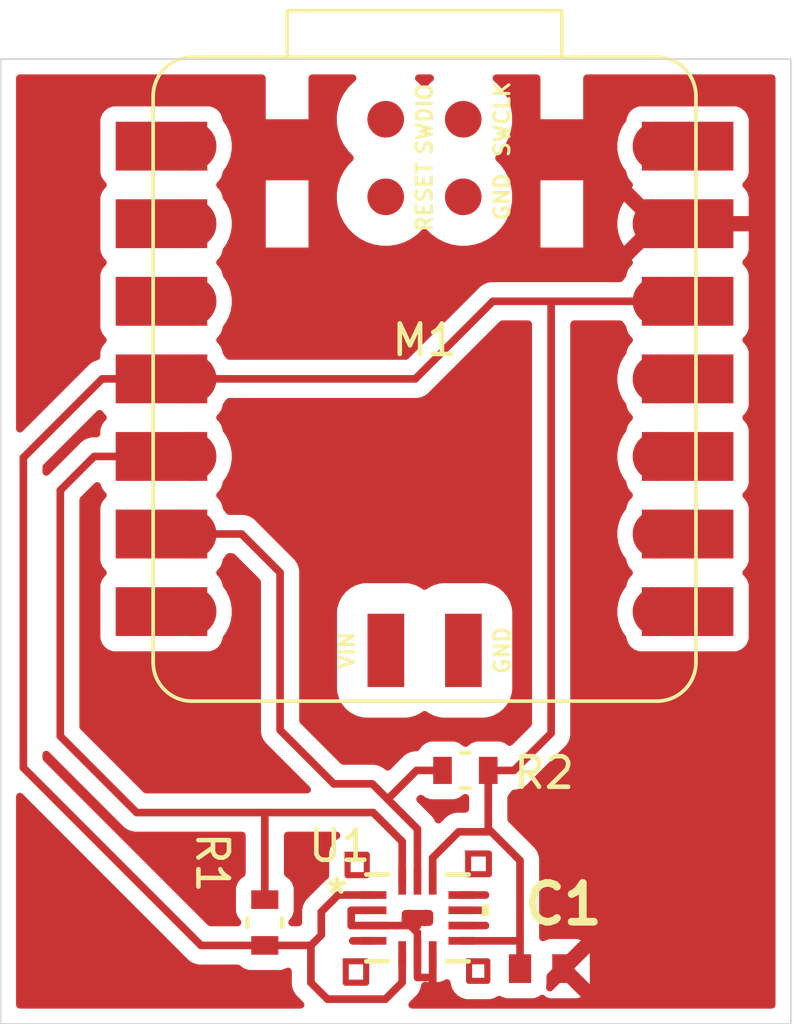
<source format=kicad_pcb>
(kicad_pcb (version 20241229) (generator "pcbnew") (generator_version "9.0")
  (layers (0 "F.Cu" signal) (2 "B.Cu" signal) (13 "F.Paste" user) (15 "B.Paste" user) (5 "F.SilkS" user "F.Silkscreen") (7 "B.SilkS" user "B.Silkscreen") (1 "F.Mask" user) (3 "B.Mask" user) (25 "Edge.Cuts" user))
  (net 0 "")
  (net 1 "GND")
  (net 2 "3V3")
  (net 6 "SCL")
  (net 8 "SDA")
  (net 9 "unconnected-(U1-SDO_AUX-Pad11)")
  (net 11 "unconnected-(U1-OCS_AUX-Pad10)")
  (net 22 "unconnected-(U1-INT2-Pad9)")
  (net 23 "unconnected-(U1-INT1-Pad4)")
  (footprint "fab:SeeedStudio_XIAO_RP2040" (layer "F.Cu") (at 140.6 72.4)
    (property "Reference" "M1" (at 0 -1.27 0) (layer "F.SilkS"))
    (property "Value" "Module_XIAO-RP2040")
    (fp_line (start -8.8875 9.281) (end -8.8875 -9.261) (stroke (width 0.12)) (layer "F.SilkS"))
    (fp_line (start -7.6175 -10.531) (end 7.6225 -10.531) (stroke (width 0.12)) (layer "F.SilkS"))
    (fp_line (start 7.6225 10.551) (end -7.6175 10.551) (stroke (width 0.12)) (layer "F.SilkS"))
    (fp_line (start 8.8925 -9.261) (end 8.8925 9.281) (stroke (width 0.12)) (layer "F.SilkS"))
    (fp_rect (start -4.4975 -10.531) (end 4.5025 -12.055) (stroke (width 0.12)) (fill no) (layer "F.SilkS"))
    (fp_arc (start -8.8875 -9.261) (mid -8.515526 -10.159026) (end -7.6175 -10.531) (stroke (width 0.12)) (layer "F.SilkS"))
    (fp_arc (start -7.6175 10.551) (mid -8.515526 10.179026) (end -8.8875 9.281) (stroke (width 0.12)) (layer "F.SilkS"))
    (fp_arc (start 7.6225 -10.531) (mid 8.520526 -10.159026) (end 8.8925 -9.261) (stroke (width 0.12)) (layer "F.SilkS"))
    (fp_arc (start 8.8925 9.281) (mid 8.520526 10.179026) (end 7.6225 10.551) (stroke (width 0.12)) (layer "F.SilkS"))
    (fp_text user "RESET" (at 0 -5.96 90) (layer "F.SilkS") (effects (font (size 0.5 0.5) (thickness 0.1) (bold yes))))
    (fp_text user "GND" (at 2.545 8.89 90) (layer "F.SilkS") (effects (font (size 0.5 0.5) (thickness 0.1) (bold yes))))
    (fp_text user "VIN" (at -2.535 8.89 90) (layer "F.SilkS") (effects (font (size 0.5 0.5) (thickness 0.1) (bold yes))))
    (fp_text user "SWDIO" (at 0 -8.5 90) (layer "F.SilkS") (effects (font (size 0.5 0.5) (thickness 0.1) (bold yes))))
    (fp_text user "GND" (at 2.54 -5.96 90) (layer "F.SilkS") (effects (font (size 0.5 0.5) (thickness 0.1) (bold yes))))
    (fp_text user "SWCLK" (at 2.54 -8.5 90) (layer "F.SilkS") (effects (font (size 0.5 0.5) (thickness 0.1) (bold yes))))
    (pad "1" smd circle (at -7.615 -7.62) (size 1.6 1.6) (layers "F.Cu" "F.Mask" "F.Paste"))
    (pad "1" smd rect (at -7.615 -7.62) (size 3 1.6) (drill (offset -1 0)) (layers "F.Cu" "F.Mask" "F.Paste"))
    (pad "2" smd circle (at -7.615 -5.08) (size 1.6 1.6) (layers "F.Cu" "F.Mask" "F.Paste"))
    (pad "2" smd rect (at -7.615 -5.08) (size 3 1.6) (drill (offset -1 0)) (layers "F.Cu" "F.Mask" "F.Paste"))
    (pad "3" smd circle (at -7.615 -2.54) (size 1.6 1.6) (layers "F.Cu" "F.Mask" "F.Paste"))
    (pad "3" smd rect (at -7.615 -2.54) (size 3 1.6) (drill (offset -1 0)) (layers "F.Cu" "F.Mask" "F.Paste"))
    (pad "4" smd circle (at -7.615 0) (size 1.6 1.6) (layers "F.Cu" "F.Mask" "F.Paste") (net 2 "3V3"))
    (pad "4" smd rect (at -7.615 0) (size 3 1.6) (drill (offset -1 0)) (layers "F.Cu" "F.Mask" "F.Paste") (net 2 "3V3"))
    (pad "5" smd circle (at -7.615 2.54) (size 1.6 1.6) (layers "F.Cu" "F.Mask" "F.Paste") (net 8 "SDA"))
    (pad "5" smd rect (at -7.615 2.54) (size 3 1.6) (drill (offset -1 0)) (layers "F.Cu" "F.Mask" "F.Paste") (net 8 "SDA"))
    (pad "6" smd circle (at -7.615 5.08) (size 1.6 1.6) (layers "F.Cu" "F.Mask" "F.Paste") (net 6 "SCL"))
    (pad "6" smd rect (at -7.615 5.08) (size 3 1.6) (drill (offset -1 0)) (layers "F.Cu" "F.Mask" "F.Paste") (net 6 "SCL"))
    (pad "7" smd circle (at -7.615 7.62) (size 1.6 1.6) (layers "F.Cu" "F.Mask" "F.Paste"))
    (pad "7" smd rect (at -7.615 7.62) (size 3 1.6) (drill (offset -1 0)) (layers "F.Cu" "F.Mask" "F.Paste"))
    (pad "8" smd circle (at 7.62 7.62) (size 1.6 1.6) (layers "F.Cu" "F.Mask" "F.Paste"))
    (pad "8" smd rect (at 7.62 7.62) (size 3 1.6) (drill (offset 1 0)) (layers "F.Cu" "F.Mask" "F.Paste"))
    (pad "9" smd circle (at 7.62 5.08) (size 1.6 1.6) (layers "F.Cu" "F.Mask" "F.Paste"))
    (pad "9" smd rect (at 7.62 5.08) (size 3 1.6) (drill (offset 1 0)) (layers "F.Cu" "F.Mask" "F.Paste"))
    (pad "10" smd circle (at 7.62 2.54) (size 1.6 1.6) (layers "F.Cu" "F.Mask" "F.Paste"))
    (pad "10" smd rect (at 7.62 2.54) (size 3 1.6) (drill (offset 1 0)) (layers "F.Cu" "F.Mask" "F.Paste"))
    (pad "11" smd circle (at 7.62 0) (size 1.6 1.6) (layers "F.Cu" "F.Mask" "F.Paste"))
    (pad "11" smd rect (at 7.62 0) (size 3 1.6) (drill (offset 1 0)) (layers "F.Cu" "F.Mask" "F.Paste"))
    (pad "12" smd circle (at 7.62 -2.54) (size 1.6 1.6) (layers "F.Cu" "F.Mask" "F.Paste") (net 2 "3V3"))
    (pad "12" smd rect (at 7.62 -2.54) (size 3 1.6) (drill (offset 1 0)) (layers "F.Cu" "F.Mask" "F.Paste") (net 2 "3V3"))
    (pad "13" smd circle (at 7.62 -5.08) (size 1.6 1.6) (layers "F.Cu" "F.Mask" "F.Paste") (net 1 "GND"))
    (pad "13" smd rect (at 7.62 -5.08) (size 3 1.6) (drill (offset 1 0)) (layers "F.Cu" "F.Mask" "F.Paste") (net 1 "GND"))
    (pad "14" smd circle (at 7.62 -7.62) (size 1.6 1.6) (layers "F.Cu" "F.Mask" "F.Paste"))
    (pad "14" smd rect (at 7.62 -7.62) (size 3 1.6) (drill (offset 1 0)) (layers "F.Cu" "F.Mask" "F.Paste"))
    (pad "15" smd rect (at 1.275 8.89 270) (size 2.4 1.2) (layers "F.Cu" "F.Mask" "F.Paste") (clearance 1))
    (pad "16" smd rect (at -1.265 8.89 270) (size 2.4 1.2) (layers "F.Cu" "F.Mask" "F.Paste") (clearance 1))
    (pad "17" smd circle (at -1.27 -8.5) (size 1.2 1.2) (layers "F.Cu" "F.Mask" "F.Paste") (clearance 1))
    (pad "18" smd circle (at -1.27 -5.96) (size 1.2 1.2) (layers "F.Cu" "F.Mask" "F.Paste") (clearance 1))
    (pad "19" smd circle (at 1.27 -5.96) (size 1.2 1.2) (layers "F.Cu" "F.Mask" "F.Paste") (clearance 1))
    (pad "20" smd circle (at 1.27 -8.5) (size 1.2 1.2) (layers "F.Cu" "F.Mask" "F.Paste") (clearance 1))
    (zone (net 0) (net_name "") (layers "F.Cu" "F.Mask" "F.Paste" "User.1") (name "USB_MECHA") (connect_pads (clearance 0)) (min_thickness 0.25)
      (keepout (tracks not_allowed) (vias not_allowed) (pads not_allowed) (copperpour not_allowed) (footprints not_allowed))
      (fill (thermal_gap 0.5) (thermal_bridge_width 0.5))
      (polygon (pts (xy 135.4 61.85) (xy 136.8 61.85) (xy 136.8 63.9) (xy 135.4 63.9)))
    )
    (zone (net 0) (net_name "") (layers "F.Cu" "F.Mask" "F.Paste" "User.1") (name "USB_MECHA") (connect_pads (clearance 0)) (min_thickness 0.25)
      (keepout (tracks not_allowed) (vias not_allowed) (pads not_allowed) (copperpour not_allowed) (footprints not_allowed))
      (fill (thermal_gap 0.5) (thermal_bridge_width 0.5))
      (polygon (pts (xy 135.4 65.9) (xy 136.8 65.9) (xy 136.8 68.1) (xy 135.4 68.1)))
    )
    (zone (net 0) (net_name "") (layers "F.Cu" "F.Mask" "F.Paste" "User.1") (name "USB_MECHA") (connect_pads (clearance 0)) (min_thickness 0.25)
      (keepout (tracks not_allowed) (vias not_allowed) (pads not_allowed) (copperpour not_allowed) (footprints not_allowed))
      (fill (thermal_gap 0.5) (thermal_bridge_width 0.5))
      (polygon (pts (xy 144.4 61.85) (xy 145.8 61.85) (xy 145.8 63.9) (xy 144.4 63.9)))
    )
    (zone (net 0) (net_name "") (layers "F.Cu" "F.Mask" "F.Paste" "User.1") (name "USB_MECHA") (connect_pads (clearance 0)) (min_thickness 0.25)
      (keepout (tracks not_allowed) (vias not_allowed) (pads not_allowed) (copperpour not_allowed) (footprints not_allowed))
      (fill (thermal_gap 0.5) (thermal_bridge_width 0.5))
      (polygon (pts (xy 144.4 65.9) (xy 145.8 65.9) (xy 145.8 68.1) (xy 144.4 68.1)))
    )
  )
  (footprint "Neil:Resistor 0603" (layer "F.Cu") (at 135.37 90.2007 -90)
    (property "Reference" "R1" (at -1.9607 1.72 270) (layer "F.SilkS"))
    (property "Value" "10k")
    (fp_line (start -0.13695 0.5715) (end 0.13695 0.5715) (stroke (width 0.1524)) (layer "F.SilkS"))
    (fp_line (start 0.13695 -0.5715) (end -0.13695 -0.5715) (stroke (width 0.1524)) (layer "F.SilkS"))
    (pad "1" smd rect (at -0.7493 0 270) (size 0.6096 0.889) (layers "F.Cu" "F.Mask" "F.Paste") (net 8 "SDA"))
    (pad "2" smd rect (at 0.7493 0 270) (size 0.6096 0.889) (layers "F.Cu" "F.Mask" "F.Paste") (net 2 "3V3"))
    (zone (net 0) (net_name "") (layer "F.Cu") (connect_pads (clearance 0)) (min_thickness 0.254)
      (keepout (tracks not_allowed) (vias not_allowed) (pads allowed) (copperpour not_allowed) (footprints allowed))
      (fill (thermal_gap 0.508) (thermal_bridge_width 0.508))
      (polygon (pts (xy 135.7637 89.807) (xy 135.7637 90.5944) (xy 134.9763 90.5944) (xy 134.9763 89.807)))
    )
  )
  (footprint "Neil:Resistor 0603" (layer "F.Cu") (at 141.94 85.22)
    (property "Reference" "R2" (at 2.58 0.08 0) (layer "F.SilkS"))
    (property "Value" "10k")
    (fp_line (start -0.13695 0.5715) (end 0.13695 0.5715) (stroke (width 0.1524)) (layer "F.SilkS"))
    (fp_line (start 0.13695 -0.5715) (end -0.13695 -0.5715) (stroke (width 0.1524)) (layer "F.SilkS"))
    (pad "1" smd rect (at -0.7493 0) (size 0.6096 0.889) (layers "F.Cu" "F.Mask" "F.Paste") (net 6 "SCL"))
    (pad "2" smd rect (at 0.7493 0) (size 0.6096 0.889) (layers "F.Cu" "F.Mask" "F.Paste") (net 2 "3V3"))
    (zone (net 0) (net_name "") (layer "F.Cu") (connect_pads (clearance 0)) (min_thickness 0.254)
      (keepout (tracks not_allowed) (vias not_allowed) (pads allowed) (copperpour not_allowed) (footprints allowed))
      (fill (thermal_gap 0.508) (thermal_bridge_width 0.508))
      (polygon (pts (xy 141.5463 84.8263) (xy 142.3337 84.8263) (xy 142.3337 85.6137) (xy 141.5463 85.6137)))
    )
  )
  (footprint "Neil:LGA-14L_STM" (layer "F.Cu") (at 140.37 90.05)
    (property "Reference" "U1" (at -2.55 -2.36 0) (layer "F.SilkS"))
    (property "Value" "LSM6DSV16XTR")
    (fp_line (start -1.6764 1.4224) (end -0.959739 1.4224) (stroke (width 0.1524)) (layer "F.SilkS"))
    (fp_line (start -0.959739 -1.4224) (end -1.6764 -1.4224) (stroke (width 0.1524)) (layer "F.SilkS"))
    (fp_line (start 0.959739 1.4224) (end 1.6764 1.4224) (stroke (width 0.1524)) (layer "F.SilkS"))
    (fp_line (start 1.6764 -1.4224) (end 0.959739 -1.4224) (stroke (width 0.1524)) (layer "F.SilkS"))
    (fp_poly (pts (xy 2.3622 -0.4405) (xy 2.3622 -0.059499) (xy 2.1082 -0.059499) (xy 2.1082 -0.4405)) (fill yes) (layer "F.SilkS"))
    (fp_text user "*" (at -2.6416 -0.75 0) (layer "F.SilkS"))
    (fp_text user "*" (at -2.6416 -0.75 0) (layer "F.SilkS"))
    (pad "1" smd rect (at -1.4351 -0.750001 90) (size 0.254 0.8382) (layers "F.Cu" "F.Mask" "F.Paste") (net 2 "3V3"))
    (pad "2" smd rect (at -1.4351 -0.25 90) (size 0.254 0.8382) (layers "F.Cu" "F.Mask" "F.Paste") (net 1 "GND"))
    (pad "3" smd rect (at -1.4351 0.25 90) (size 0.254 0.8382) (layers "F.Cu" "F.Mask" "F.Paste") (net 1 "GND"))
    (pad "4" smd rect (at -1.4351 0.750001 90) (size 0.254 0.8382) (layers "F.Cu" "F.Mask" "F.Paste") (net 23 "unconnected-(U1-INT1-Pad4)"))
    (pad "5" smd rect (at -0.499999 1.1811) (size 0.254 0.8382) (layers "F.Cu" "F.Mask" "F.Paste") (net 2 "3V3"))
    (pad "6" smd rect (at 0 1.1811) (size 0.254 0.8382) (layers "F.Cu" "F.Mask" "F.Paste") (net 1 "GND"))
    (pad "7" smd rect (at 0.499999 1.1811) (size 0.254 0.8382) (layers "F.Cu" "F.Mask" "F.Paste") (net 1 "GND"))
    (pad "8" smd rect (at 1.4351 0.750001 90) (size 0.254 0.8382) (layers "F.Cu" "F.Mask" "F.Paste") (net 2 "3V3"))
    (pad "9" smd rect (at 1.4351 0.25 90) (size 0.254 0.8382) (layers "F.Cu" "F.Mask" "F.Paste") (net 22 "unconnected-(U1-INT2-Pad9)"))
    (pad "10" smd rect (at 1.4351 -0.25 90) (size 0.254 0.8382) (layers "F.Cu" "F.Mask" "F.Paste") (net 11 "unconnected-(U1-OCS_AUX-Pad10)"))
    (pad "11" smd rect (at 1.4351 -0.750001 90) (size 0.254 0.8382) (layers "F.Cu" "F.Mask" "F.Paste") (net 9 "unconnected-(U1-SDO_AUX-Pad11)"))
    (pad "12" smd rect (at 0.499999 -1.1811) (size 0.254 0.8382) (layers "F.Cu" "F.Mask" "F.Paste") (net 2 "3V3"))
    (pad "13" smd rect (at 0 -1.1811) (size 0.254 0.8382) (layers "F.Cu" "F.Mask" "F.Paste") (net 6 "SCL"))
    (pad "14" smd rect (at -0.499999 -1.1811) (size 0.254 0.8382) (layers "F.Cu" "F.Mask" "F.Paste") (net 8 "SDA"))
  )
  (footprint "Neil:Capacitor 0603" (layer "F.Cu") (at 144.44 91.71)
    (property "Reference" "C1" (at 0.71 -2.11 0) (layer "F.SilkS") (effects (font (size 1.27 1.27) (thickness 0.254))))
    (property "Value" "0.1uF" (hide yes))
    (pad "1" smd rect (at -0.71 0) (size 0.73 0.94) (layers "F.Cu" "F.Mask" "F.Paste") (net 2 "3V3"))
    (pad "2" smd rect (at 0.71 0) (size 0.73 0.94) (layers "F.Cu" "F.Mask" "F.Paste") (net 1 "GND"))
  )
  (gr_rect (start 142.03 87.94) (end 142.71 88.62) (stroke (width 0.2)) (fill no) (layer "F.Cu"))
  (gr_rect (start 138.02 91.47) (end 138.69 92.17) (stroke (width 0.2)) (fill no) (layer "F.Cu"))
  (gr_rect (start 142.06 91.47) (end 142.66 92.11) (stroke (width 0.2)) (fill no) (layer "F.Cu"))
  (gr_rect (start 138.08 87.98) (end 138.71 88.65) (stroke (width 0.2)) (fill no) (layer "F.Cu"))
  (gr_rect (start 126.72 61.93) (end 152.6 93.52) (stroke (width 0.05)) (fill no) (layer "Edge.Cuts"))
  (segment (start 138.9349 89.8) (end 138.2 89.8) (width 0.25) (layer "F.Cu") (net 1))
  (segment (start 138.9349 90.3) (end 140.137001 90.3) (width 0.25) (layer "F.Cu") (net 1))
  (segment (start 140.137001 90.3) (end 140.37 90.532999) (width 0.25) (layer "F.Cu") (net 1))
  (segment (start 138.2 89.8) (end 138.2 90.3) (width 0.25) (layer "F.Cu") (net 1))
  (segment (start 140.37 92) (end 140.869999 92) (width 0.25) (layer "F.Cu") (net 1))
  (segment (start 140.37 91.2311) (end 140.37 92) (width 0.25) (layer "F.Cu") (net 1))
  (segment (start 140.37 90.532999) (end 140.37 91.2311) (width 0.25) (layer "F.Cu") (net 1))
  (segment (start 138.9349 90.3) (end 138.2 90.3) (width 0.25) (layer "F.Cu") (net 1))
  (segment (start 140.869999 92) (end 140.869999 91.2311) (width 0.25) (layer "F.Cu") (net 1))
  (segment (start 144.75 84) (end 144.75 69.86) (width 0.25) (layer "F.Cu") (net 2))
  (segment (start 136.88 92.17) (end 136.88 90.95) (width 0.25) (layer "F.Cu") (net 2))
  (segment (start 137.42 92.71) (end 136.88 92.17) (width 0.25) (layer "F.Cu") (net 2))
  (segment (start 144.75 69.86) (end 142.84 69.86) (width 0.25) (layer "F.Cu") (net 2))
  (segment (start 133.28 90.95) (end 127.46 85.13) (width 0.25) (layer "F.Cu") (net 2))
  (segment (start 142.6893 85.22) (end 143.53 85.22) (width 0.25) (layer "F.Cu") (net 2))
  (segment (start 143.73 90.860001) (end 143.73 88.17) (width 0.25) (layer "F.Cu") (net 2))
  (segment (start 141.8051 90.800001) (end 143.67 90.800001) (width 0.25) (layer "F.Cu") (net 2))
  (segment (start 143.67 90.800001) (end 143.73 90.860001) (width 0.25) (layer "F.Cu") (net 2))
  (segment (start 140.3 72.4) (end 132.985 72.4) (width 0.25) (layer "F.Cu") (net 2))
  (segment (start 137.770001 89.299999) (end 137.22 89.85) (width 0.25) (layer "F.Cu") (net 2))
  (segment (start 143.73 88.17) (end 142.79 87.23) (width 0.25) (layer "F.Cu") (net 2))
  (segment (start 127.46 85.13) (end 127.46 74.98) (width 0.25) (layer "F.Cu") (net 2))
  (segment (start 136.88 90.95) (end 135.37 90.95) (width 0.25) (layer "F.Cu") (net 2))
  (segment (start 138.9349 89.299999) (end 137.770001 89.299999) (width 0.25) (layer "F.Cu") (net 2))
  (segment (start 139.870001 91.2311) (end 139.870001 92.159999) (width 0.25) (layer "F.Cu") (net 2))
  (segment (start 130.04 72.4) (end 132.985 72.4) (width 0.25) (layer "F.Cu") (net 2))
  (segment (start 142.79 87.23) (end 141.72 87.23) (width 0.25) (layer "F.Cu") (net 2))
  (segment (start 142.6893 87.1293) (end 142.79 87.23) (width 0.25) (layer "F.Cu") (net 2))
  (segment (start 140.869999 88.080001) (end 140.869999 88.8689) (width 0.25) (layer "F.Cu") (net 2))
  (segment (start 143.73 91.71) (end 143.73 90.860001) (width 0.25) (layer "F.Cu") (net 2))
  (segment (start 143.53 85.22) (end 144.75 84) (width 0.25) (layer "F.Cu") (net 2))
  (segment (start 137.22 89.85) (end 137.22 90.61) (width 0.25) (layer "F.Cu") (net 2))
  (segment (start 141.72 87.23) (end 140.869999 88.080001) (width 0.25) (layer "F.Cu") (net 2))
  (segment (start 142.84 69.86) (end 140.3 72.4) (width 0.25) (layer "F.Cu") (net 2))
  (segment (start 135.37 90.95) (end 133.28 90.95) (width 0.25) (layer "F.Cu") (net 2))
  (segment (start 137.22 90.61) (end 136.88 90.95) (width 0.25) (layer "F.Cu") (net 2))
  (segment (start 139.870001 92.159999) (end 139.32 92.71) (width 0.25) (layer "F.Cu") (net 2))
  (segment (start 142.6893 85.22) (end 142.6893 87.1293) (width 0.25) (layer "F.Cu") (net 2))
  (segment (start 148.22 69.86) (end 144.75 69.86) (width 0.25) (layer "F.Cu") (net 2))
  (segment (start 139.32 92.71) (end 137.42 92.71) (width 0.25) (layer "F.Cu") (net 2))
  (segment (start 127.46 74.98) (end 130.04 72.4) (width 0.25) (layer "F.Cu") (net 2))
  (segment (start 139.345 86.115) (end 138.89 85.66) (width 0.25) (layer "F.Cu") (net 6))
  (segment (start 138.89 85.66) (end 137.63 85.66) (width 0.25) (layer "F.Cu") (net 6))
  (segment (start 140.37 87.14) (end 139.345 86.115) (width 0.25) (layer "F.Cu") (net 6))
  (segment (start 140.37 88.8689) (end 140.37 87.14) (width 0.25) (layer "F.Cu") (net 6))
  (segment (start 141.1907 85.22) (end 140.34 85.22) (width 0.25) (layer "F.Cu") (net 6))
  (segment (start 139.445 86.115) (end 139.345 86.115) (width 0.25) (layer "F.Cu") (net 6))
  (segment (start 135.87 83.9) (end 135.87 78.74) (width 0.25) (layer "F.Cu") (net 6))
  (segment (start 135.87 78.74) (end 134.61 77.48) (width 0.25) (layer "F.Cu") (net 6))
  (segment (start 134.61 77.48) (end 132.985 77.48) (width 0.25) (layer "F.Cu") (net 6))
  (segment (start 137.63 85.66) (end 135.87 83.9) (width 0.25) (layer "F.Cu") (net 6))
  (segment (start 140.34 85.22) (end 139.445 86.115) (width 0.25) (layer "F.Cu") (net 6))
  (segment (start 135.37 89.4514) (end 135.37 86.66) (width 0.25) (layer "F.Cu") (net 8))
  (segment (start 131.17 86.6) (end 128.67 84.1) (width 0.25) (layer "F.Cu") (net 8))
  (segment (start 135.43 86.6) (end 131.17 86.6) (width 0.25) (layer "F.Cu") (net 8))
  (segment (start 139.870001 87.550001) (end 138.92 86.6) (width 0.25) (layer "F.Cu") (net 8))
  (segment (start 128.67 76.05) (end 129.78 74.94) (width 0.25) (layer "F.Cu") (net 8))
  (segment (start 138.92 86.6) (end 135.43 86.6) (width 0.25) (layer "F.Cu") (net 8))
  (segment (start 129.78 74.94) (end 132.985 74.94) (width 0.25) (layer "F.Cu") (net 8))
  (segment (start 135.37 86.66) (end 135.43 86.6) (width 0.25) (layer "F.Cu") (net 8))
  (segment (start 128.67 84.1) (end 128.67 76.05) (width 0.25) (layer "F.Cu") (net 8))
  (segment (start 139.870001 88.8689) (end 139.870001 87.550001) (width 0.25) (layer "F.Cu") (net 8))
  (segment (start 141.8051 89.299999) (end 142.6 89.3) (width 0.25) (layer "F.Cu") (net 9))
  (segment (start 141.8051 89.8) (end 142.6 89.8) (width 0.25) (layer "F.Cu") (net 11))
  (segment (start 141.8051 90.3) (end 142.6 90.3) (width 0.25) (layer "F.Cu") (net 22))
  (segment (start 138.9349 90.800001) (end 138.25 90.8) (width 0.25) (layer "F.Cu") (net 23))
  (zone (net 1) (net_name "GND") (layer "F.Cu") (name "GND") (connect_pads (clearance 0.5)) (min_thickness 0.25) (fill yes (thermal_gap 0.5) (thermal_bridge_width 0.5) (island_removal_mode 1) (island_area_min 10))
    (polygon (pts (xy 126.75 62) (xy 126.75 93.5) (xy 152.478176 93.5) (xy 152.728176 62)))
  )
)
</source>
